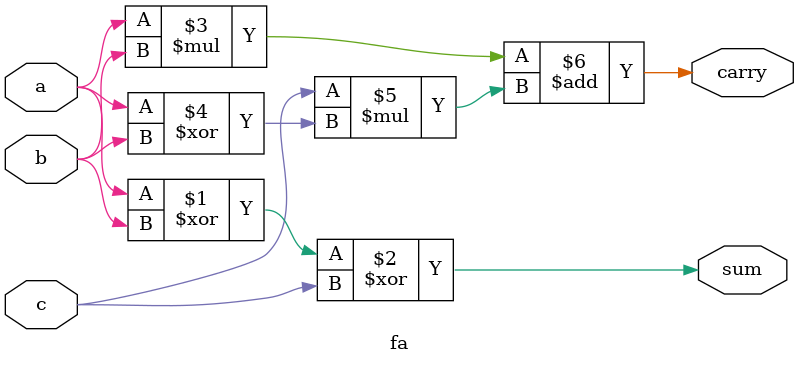
<source format=v>

`timescale 10ns/1ns

module fa(a,b,c,sum,carry);
  
  input wire a,b,c;
  output wire sum,carry;
  
  assign sum = a^b^c;
  assign carry = ((a*b)+c*(a^b));
  
endmodule

</source>
